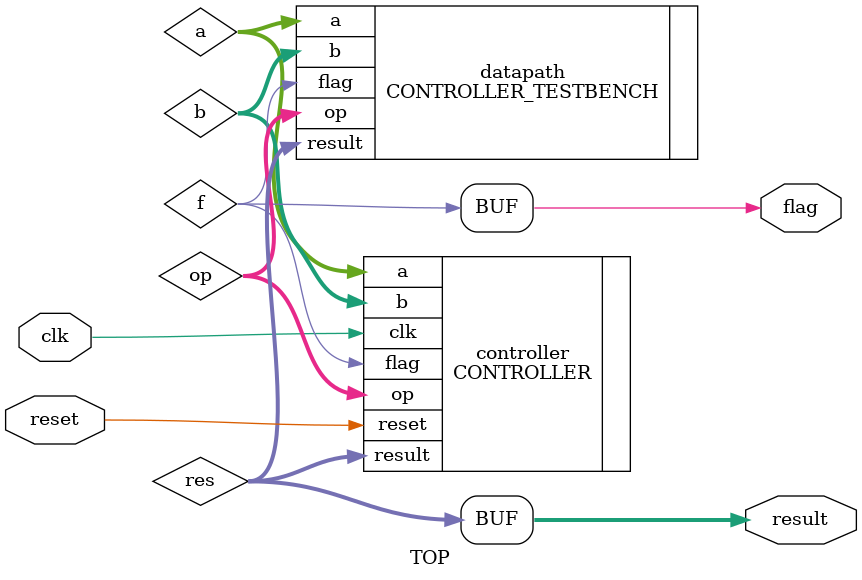
<source format=v>
module TOP(
    input wire clk, reset,
    output wire [6:0] result,
    output wire flag
);

wire [6:0] a, b;
wire [2:0] op;
wire [6:0] res;
wire f;

CONTROLLER controller(
    .clk(clk), .reset(reset),
    .a(a), .b(b), .op(op),
    .result(res),
    .flag(f)
);

CONTROLLER_TESTBENCH datapath(
    .a(a), .b(b), .op(op),
    .result(res), .flag(f)
);

assign result = res;
assign flag = f;

endmodule

</source>
